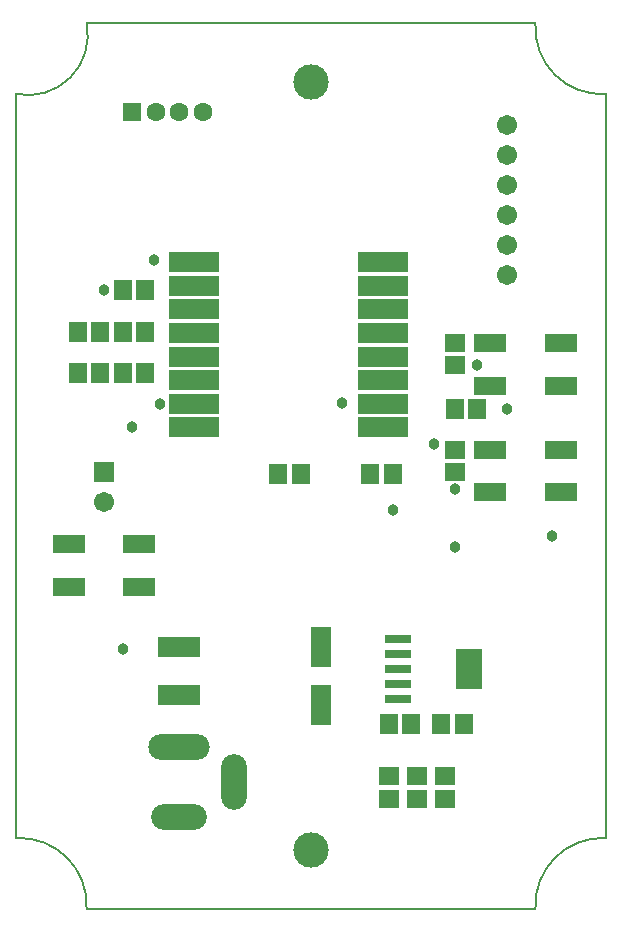
<source format=gts>
G04 DipTrace 3.0.0.0*
G04 TopMask.gbr*
%MOIN*%
G04 #@! TF.FileFunction,Soldermask,Top*
G04 #@! TF.Part,Single*
%ADD11C,0.006*%
%ADD39C,0.11811*%
%ADD43C,0.038*%
%ADD45R,0.08674X0.133984*%
%ADD47R,0.08674X0.031622*%
%ADD49C,0.067055*%
%ADD51R,0.067055X0.067055*%
%ADD53O,0.08674X0.185165*%
%ADD55O,0.20485X0.08674*%
%ADD57O,0.185165X0.08674*%
%ADD59R,0.110362X0.063118*%
%ADD61R,0.141858X0.070992*%
%ADD63C,0.067055*%
%ADD65R,0.16548X0.070992*%
%ADD67C,0.063118*%
%ADD69R,0.063118X0.063118*%
%ADD71R,0.059181X0.067055*%
%ADD73R,0.067055X0.059181*%
%ADD75R,0.070992X0.132016*%
%FSLAX26Y26*%
G04*
G70*
G90*
G75*
G01*
G04 TopMask*
%LPD*%
D43*
X1256382Y1330085D3*
X1087614Y1686373D3*
X1393896Y1548858D3*
X462549Y2161423D3*
X356287Y867537D3*
X1462654Y1398843D3*
Y1205072D3*
X1637672Y1667621D3*
X1537457Y1811386D3*
X1637672Y1667621D3*
X293781Y2061412D3*
X387541Y1605114D3*
X1787957Y1242307D3*
X481301Y1683854D3*
D75*
X1018857Y873787D3*
Y680874D3*
D73*
X1337593Y442492D3*
Y367689D3*
X1431306Y442492D3*
Y367689D3*
X1243881Y442492D3*
Y367689D3*
D71*
X875092Y1448848D3*
X949895D3*
D69*
X388185Y2655224D3*
D67*
X466925D3*
X545665D3*
X624406D3*
D71*
X1419085Y617510D3*
X1493888D3*
D65*
X593812Y1605114D3*
Y1683854D3*
Y1762594D3*
Y1841335D3*
Y1920075D3*
Y1998815D3*
Y2077555D3*
Y2156295D3*
X1223734Y1605114D3*
Y1683854D3*
Y1762594D3*
Y1841335D3*
Y1920075D3*
Y1998815D3*
Y2077555D3*
Y2156295D3*
D63*
X1637672Y2611470D3*
Y2511470D3*
Y2411470D3*
Y2311470D3*
Y2211470D3*
Y2111470D3*
D61*
X544945Y873621D3*
Y712203D3*
D59*
X1581416Y1530106D3*
Y1388374D3*
X1817636D3*
Y1530106D3*
D57*
X543807Y304978D3*
D55*
Y541198D3*
D53*
X728846Y423088D3*
D51*
X293781Y1455098D3*
D49*
Y1355098D3*
D71*
X1318888Y617510D3*
X1244085D3*
X431295Y2061412D3*
X356492D3*
X1256382Y1448848D3*
X1181579D3*
X1537661Y1667621D3*
X1462858D3*
D73*
X1462654Y1530106D3*
Y1455303D3*
Y1886394D3*
Y1811591D3*
D59*
X1581416Y1886394D3*
Y1744661D3*
X1817636D3*
Y1886394D3*
D47*
X1275134Y898790D3*
Y848790D3*
Y798790D3*
Y748790D3*
Y698790D3*
D45*
X1511354Y798790D3*
D71*
X431295Y1786383D3*
X356492D3*
X206272Y1923898D3*
X281075D3*
X206272Y1786383D3*
X281075D3*
X431295Y1923898D3*
X356492D3*
D59*
X412543Y1073808D3*
Y1215541D3*
X176323D3*
Y1073808D3*
D39*
X984252Y196850D3*
Y2755906D3*
G04 BoardOutline*
X0Y236220D2*
D11*
Y2716535D1*
X1968504Y236220D2*
Y2716535D1*
X236220Y0D2*
X1732283D1*
X236220Y2952756D2*
X1732283D1*
X0Y236220D2*
G02X236220Y0I12740J-223481D01*
G01*
Y2952756D2*
G02X0Y2716535I-195822J-40399D01*
G01*
X1968504D2*
G02X1732283Y2952756I-15197J221024D01*
G01*
Y0D2*
G02X1968504Y236220I223955J12266D01*
G01*
M02*

</source>
